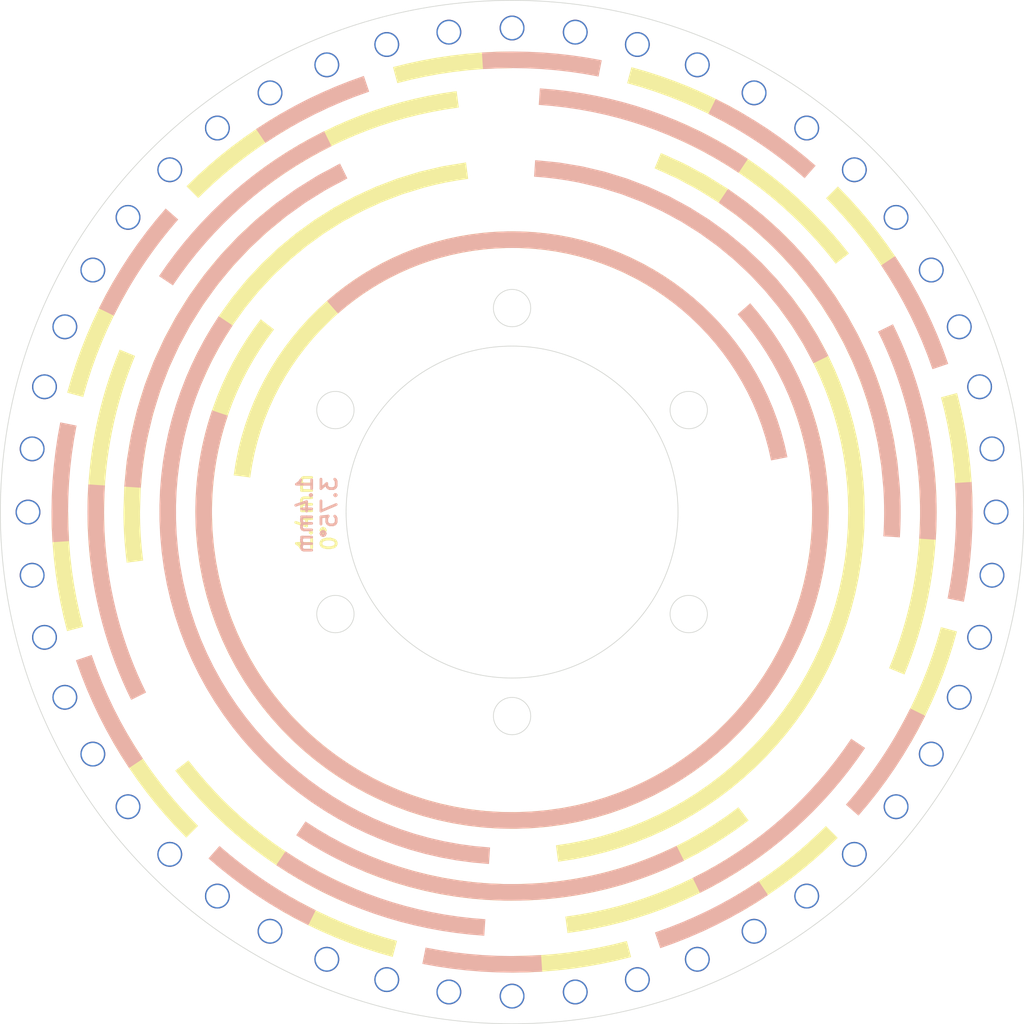
<source format=kicad_pcb>
(kicad_pcb (version 20240108) (generator "pcbnew") (generator_version "8.0")
  (title_block (title "Encoder Wheel 48") (date "${DATE}") (rev "2.1.1") (company "OpenFlap") (comment 1 "${GIT_TAG}") (comment 2 "Repo: github.com/ToonVanEyck/OpenFlap") (comment 3 "Designer: Toon Van Eyck"))
  (layers (0 "F.Cu" signal) (31 "B.Cu" signal) (34 "B.Paste" user) (35 "F.Paste" user) (36 "B.SilkS" user "B.Silkscreen") (37 "F.SilkS" user "F.Silkscreen") (38 "B.Mask" user) (39 "F.Mask" user) (44 "Edge.Cuts" user))
  (net 0 "")
  (footprint "EncoderPattern:OpenFlapEncoderPattern48_1.4mm" (layer "F.Cu") (at 101 100)
    (property "Reference" "ENC1" (hide yes))
    (property "Value" "OpenFlapEncoderPattern48_1.4mm" (hide yes))
  )
  (footprint "EncoderPattern:OpenFlapEncoderPattern48_1.4mm" (layer "B.Cu") (at 101 100 -176.25)
    (property "Reference" "ENC2" (hide yes))
    (property "Value" "OpenFlapEncoderPattern48_1.4mm" (hide yes))
  )
  (gr_circle (center 88.226125 107.375) (end 89.576125 107.375) (stroke (width 0.05)) (fill none) (layer "Edge.Cuts"))
  (gr_circle (center 101 100) (end 113 100) (stroke (width 0.05)) (fill none) (layer "Edge.Cuts"))
  (gr_circle (center 101 85.25) (end 102.35 85.25) (stroke (width 0.05)) (fill none) (layer "Edge.Cuts"))
  (gr_circle (center 113.773875 92.625) (end 115.123875 92.625) (stroke (width 0.05)) (fill none) (layer "Edge.Cuts"))
  (gr_circle (center 88.226125 92.625) (end 89.576125 92.625) (stroke (width 0.05)) (fill none) (layer "Edge.Cuts"))
  (gr_circle (center 101 100) (end 138 100) (stroke (width 0.05)) (fill none) (layer "Edge.Cuts"))
  (gr_circle (center 113.773875 107.375) (end 115.123875 107.375) (stroke (width 0.05)) (fill none) (layer "Edge.Cuts"))
  (gr_circle (center 101 114.75) (end 102.35 114.75) (stroke (width 0.05)) (fill none) (layer "Edge.Cuts"))
  (gr_text "1.4mm \n3.75°" (at 88.427 97.333 90) (layer "B.SilkS") (effects (font (size 1.1 1.1) (thickness 0.2) (bold yes)) (justify left bottom mirror)))
  (gr_text "1.4mm \n0°" (at 88.427 102.921 90) (layer "F.SilkS") (effects (font (size 1.1 1.1) (thickness 0.2) (bold yes)) (justify left bottom)))
  (via (at 118.5 130.310889) (size 1.8) (drill 1.6) (layers "F.Cu" "B.Cu") (net 0))
  (via (at 105.568417 134.70057) (size 1.8) (drill 1.6) (layers "F.Cu" "B.Cu") (net 0))
  (via (at 83.5 69.689111) (size 1.8) (drill 1.6) (layers "F.Cu" "B.Cu") (net 0))
  (via (at 83.5 130.310889) (size 1.8) (drill 1.6) (layers "F.Cu" "B.Cu") (net 0))
  (via (at 110.058667 133.807404) (size 1.8) (drill 1.6) (layers "F.Cu" "B.Cu") (net 0))
  (via (at 87.60608 132.335784) (size 1.8) (drill 1.6) (layers "F.Cu" "B.Cu") (net 0))
  (via (at 134.807404 90.941333) (size 1.8) (drill 1.6) (layers "F.Cu" "B.Cu") (net 0))
  (via (at 125.748737 75.251263) (size 1.8) (drill 1.6) (layers "F.Cu" "B.Cu") (net 0))
  (via (at 96.431583 65.29943) (size 1.8) (drill 1.6) (layers "F.Cu" "B.Cu") (net 0))
  (via (at 114.39392 67.664216) (size 1.8) (drill 1.6) (layers "F.Cu" "B.Cu") (net 0))
  (via (at 91.941333 133.807404) (size 1.8) (drill 1.6) (layers "F.Cu" "B.Cu") (net 0))
  (via (at 110.058667 66.192596) (size 1.8) (drill 1.6) (layers "F.Cu" "B.Cu") (net 0))
  (via (at 105.568417 65.29943) (size 1.8) (drill 1.6) (layers "F.Cu" "B.Cu") (net 0))
  (via (at 131.310889 82.5) (size 1.8) (drill 1.6) (layers "F.Cu" "B.Cu") (net 0))
  (via (at 128.767367 78.69335) (size 1.8) (drill 1.6) (layers "F.Cu" "B.Cu") (net 0))
  (via (at 114.39392 132.335784) (size 1.8) (drill 1.6) (layers "F.Cu" "B.Cu") (net 0))
  (via (at 79.69335 127.767367) (size 1.8) (drill 1.6) (layers "F.Cu" "B.Cu") (net 0))
  (via (at 68.664216 86.60608) (size 1.8) (drill 1.6) (layers "F.Cu" "B.Cu") (net 0))
  (via (at 68.664216 113.39392) (size 1.8) (drill 1.6) (layers "F.Cu" "B.Cu") (net 0))
  (via (at 134.807404 109.058667) (size 1.8) (drill 1.6) (layers "F.Cu" "B.Cu") (net 0))
  (via (at 101 135) (size 1.8) (drill 1.6) (layers "F.Cu" "B.Cu") (net 0))
  (via (at 79.69335 72.232633) (size 1.8) (drill 1.6) (layers "F.Cu" "B.Cu") (net 0))
  (via (at 118.5 69.689111) (size 1.8) (drill 1.6) (layers "F.Cu" "B.Cu") (net 0))
  (via (at 96.431583 134.70057) (size 1.8) (drill 1.6) (layers "F.Cu" "B.Cu") (net 0))
  (via (at 101 65) (size 1.8) (drill 1.6) (layers "F.Cu" "B.Cu") (net 0))
  (via (at 136 100) (size 1.8) (drill 1.6) (layers "F.Cu" "B.Cu") (net 0))
  (via (at 135.70057 95.431583) (size 1.8) (drill 1.6) (layers "F.Cu" "B.Cu") (net 0))
  (via (at 133.335784 113.39392) (size 1.8) (drill 1.6) (layers "F.Cu" "B.Cu") (net 0))
  (via (at 67.192596 90.941333) (size 1.8) (drill 1.6) (layers "F.Cu" "B.Cu") (net 0))
  (via (at 70.689111 82.5) (size 1.8) (drill 1.6) (layers "F.Cu" "B.Cu") (net 0))
  (via (at 67.192596 109.058667) (size 1.8) (drill 1.6) (layers "F.Cu" "B.Cu") (net 0))
  (via (at 70.689111 117.5) (size 1.8) (drill 1.6) (layers "F.Cu" "B.Cu") (net 0))
  (via (at 133.335784 86.60608) (size 1.8) (drill 1.6) (layers "F.Cu" "B.Cu") (net 0))
  (via (at 87.60608 67.664216) (size 1.8) (drill 1.6) (layers "F.Cu" "B.Cu") (net 0))
  (via (at 122.30665 72.232633) (size 1.8) (drill 1.6) (layers "F.Cu" "B.Cu") (net 0))
  (via (at 73.232633 121.30665) (size 1.8) (drill 1.6) (layers "F.Cu" "B.Cu") (net 0))
  (via (at 125.748737 124.748737) (size 1.8) (drill 1.6) (layers "F.Cu" "B.Cu") (net 0))
  (via (at 66.29943 104.568417) (size 1.8) (drill 1.6) (layers "F.Cu" "B.Cu") (net 0))
  (via (at 122.30665 127.767367) (size 1.8) (drill 1.6) (layers "F.Cu" "B.Cu") (net 0))
  (via (at 91.941333 66.192596) (size 1.8) (drill 1.6) (layers "F.Cu" "B.Cu") (net 0))
  (via (at 73.232633 78.69335) (size 1.8) (drill 1.6) (layers "F.Cu" "B.Cu") (net 0))
  (via (at 128.767367 121.30665) (size 1.8) (drill 1.6) (layers "F.Cu" "B.Cu") (net 0))
  (via (at 66.29943 95.431583) (size 1.8) (drill 1.6) (layers "F.Cu" "B.Cu") (net 0))
  (via (at 76.251263 75.251263) (size 1.8) (drill 1.6) (layers "F.Cu" "B.Cu") (net 0))
  (via (at 66 100) (size 1.8) (drill 1.6) (layers "F.Cu" "B.Cu") (net 0))
  (via (at 135.70057 104.568417) (size 1.8) (drill 1.6) (layers "F.Cu" "B.Cu") (net 0))
  (via (at 131.310889 117.5) (size 1.8) (drill 1.6) (layers "F.Cu" "B.Cu") (net 0))
  (via (at 76.251263 124.748737) (size 1.8) (drill 1.6) (layers "F.Cu" "B.Cu") (net 0))
)
</source>
